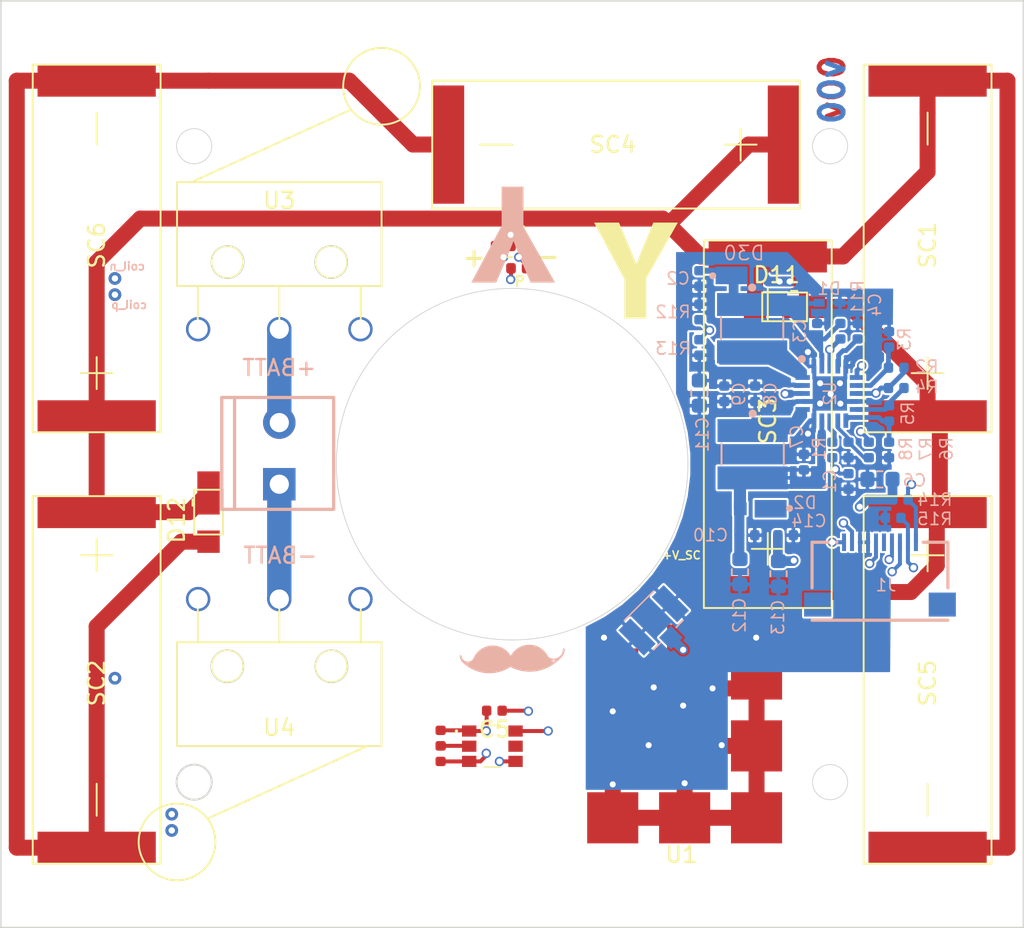
<source format=kicad_pcb>
(kicad_pcb (version 20171130) (host pcbnew "(5.1.4)-1")
  (layers (0 Top signal) (1 In1.Cu signal) (2 In2.Cu signal hide) (3 In3.Cu signal hide) (4 In4.Cu signal) (31 Bottom signal) (34 B.Paste user) (35 F.Paste user) (36 B.SilkS user) (37 F.SilkS user) (38 B.Mask user) (39 F.Mask user) (44 Edge.Cuts user))
  (net 0 "")
  (net 1 "Net-(D11-Pad2)")
  (net 2 GND)
  (net 3 VOUT_EN)
  (net 4 VSOLAR)
  (net 5 "Net-(C4-Pad1)")
  (net 6 +3V3)
  (net 7 /VBAT)
  (net 8 "Net-(C11-Pad1)")
  (net 9 "Net-(IC2-Pad2)")
  (net 10 SCL1)
  (net 11 SDA1)
  (net 12 COIL_N)
  (net 13 BATT_N)
  (net 14 BATT_P)
  (net 15 "Net-(L1-Pad2)")
  (net 16 "Net-(L2-Pad1)")
  (net 17 VBAT_OK)
  (net 18 "Net-(R5-Pad1)")
  (net 19 "Net-(R7-Pad1)")
  (net 20 BURN1)
  (net 21 COIL_P)
  (net 22 /coil)
  (net 23 "Net-(D11-Pad1)")
  (net 24 "Net-(IC2-Pad5)")
  (net 25 "Net-(R2-Pad2)")
  (net 26 "Net-(R2-Pad1)")
  (net 27 "Net-(R4-Pad1)")
  (net 28 "Net-(R11-Pad1)")
  (net 29 "Net-(J2-Pad3)")
  (net 30 "Net-(J3-Pad2)")
  (net 31 "Net-(J3-Pad1)")
  (net 32 "Net-(U3-Pad1)")
  (net 33 "Net-(U4-Pad1)")
  (module custom-footprints:ypanel (layer Bottom) (at 161.925 85.598)
    (fp_text reference Ref** hide)
    (fp_text value Val** hide)
  )
  (module custom-footprints:ypanel (layer Top) (at 169.6085 85.9155)
    (fp_text reference Ref** hide)
    (fp_text value Val** hide)
  )
  (module Capacitor_SMD:C_0402_1005Metric (layer Top) (at 143.891 114.427 180)
    (fp_text reference C5 (at 0 -1.17) (layer F.SilkS))
    (fp_text value 0.1uF)
    (pad 2 smd roundrect (at 0.485 0 180) (size 0.59 0.64) (layers Top F.Paste F.Mask) (net 6 +3V3))
    (pad 1 smd roundrect (at -0.485 0 180) (size 0.59 0.64) (layers Top F.Paste F.Mask) (net 2 GND))
  )
  (module custom-footprints:D2F-L2 (layer Top) (at 130.429 107.442 180)
    (fp_text reference U4 (at 0 -8.05) (layer F.SilkS))
    (fp_text value SW_SPDT)
    (pad 1 thru_hole circle (at -5.08 0 180) (size 1.524 1.524) (drill 1.2) (layers *.Cu *.Mask) (net 33 "Net-(U4-Pad1)"))
    (pad 2 thru_hole circle (at 0 0 180) (size 1.524 1.524) (drill 1.2) (layers *.Cu *.Mask) (net 31 "Net-(J3-Pad1)"))
    (pad 3 thru_hole circle (at 5.08 0 180) (size 1.524 1.524) (drill 1.2) (layers *.Cu *.Mask) (net 13 BATT_N))
  )
  (module custom-footprints:D2F-L2 (layer Top) (at 130.429 90.551)
    (fp_text reference U3 (at 0 -8.05) (layer F.SilkS))
    (fp_text value SW_SPDT)
    (pad 1 thru_hole circle (at -5.08 0) (size 1.524 1.524) (drill 1.2) (layers *.Cu *.Mask) (net 32 "Net-(U3-Pad1)"))
    (pad 2 thru_hole circle (at 0 0) (size 1.524 1.524) (drill 1.2) (layers *.Cu *.Mask) (net 30 "Net-(J3-Pad2)"))
    (pad 3 thru_hole circle (at 5.08 0) (size 1.524 1.524) (drill 1.2) (layers *.Cu *.Mask) (net 14 BATT_P))
  )
  (module custom-footprints:SCREWTERMINAL-3.5MM-2_LOCK (layer Bottom) (at 130.429 100.076 90)
    (fp_text reference J3 hide)
    (fp_text value "BATTERY CONNECTOR")
    (pad 2 thru_hole circle (at 3.6778 0 90) (size 2.032 2.032) (drill 1.2) (layers *.Cu *.Mask) (net 30 "Net-(J3-Pad2)"))
    (pad 1 thru_hole rect (at -0.1778 0 90) (size 2.032 2.032) (drill 1.2) (layers *.Cu *.Mask) (net 31 "Net-(J3-Pad1)"))
  )
  (module custom-footprints:U.FL-R-SMT-1 (layer Bottom) (at 153.8605 108.7755 225)
    (fp_text reference J2 hide)
    (fp_text value U.FL-R-SMT-1 hide)
    (pad 3 smd rect (at 0 -1.525 135) (size 1.05 1.05) (layers Bottom B.Paste B.Mask) (net 29 "Net-(J2-Pad3)"))
    (pad 2 smd rect (at 1.475 0 225) (size 1.05 2.25) (layers Bottom B.Paste B.Mask) (net 2 GND))
    (pad 1 smd rect (at -1.475 0 225) (size 1.05 2.25) (layers Bottom B.Paste B.Mask) (net 2 GND))
  )
  (module custom-footprints:MICROSMP (layer Bottom) (at 159.385 87.1855)
    (fp_text reference D30 (at 0.127 -1.397) (layer B.SilkS) (effects (font (size 0.889 0.889) (thickness 0.1016)) (justify mirror)))
    (fp_text value MSS1P4-M3_89A hide)
    (pad 2 smd rect (at 1.25 0 270) (size 0.8 0.8) (layers Bottom B.Paste B.Mask) (net 23 "Net-(D11-Pad1)"))
    (pad 1 smd rect (at -0.65 0 270) (size 1.1 2) (layers Bottom B.Paste B.Mask) (net 4 VSOLAR))
  )
  (module custom-footprints:XF2M-1015-1A (layer Bottom) (at 168.021 103.886 180)
    (fp_text reference J1 (at -0.37186 -2.68404) (layer B.SilkS) (effects (font (size 0.762 0.762) (thickness 0.1016)) (justify mirror)))
    (fp_text value XF2M-1015-1A hide)
    (pad 12 smd rect (at 3.9 -3.9 90) (size 1.5 1.7) (layers Bottom B.Paste B.Mask))
    (pad 11 smd rect (at -3.9 -3.9 90) (size 1.5 1.7) (layers Bottom B.Paste B.Mask))
    (pad 10 smd rect (at 2.25 0 180) (size 0.25 1.1) (layers Bottom B.Paste B.Mask) (net 21 COIL_P))
    (pad 9 smd rect (at 1.75 0 180) (size 0.25 1.1) (layers Bottom B.Paste B.Mask) (net 12 COIL_N))
    (pad 8 smd rect (at 1.25 0 180) (size 0.25 1.1) (layers Bottom B.Paste B.Mask) (net 2 GND))
    (pad 7 smd rect (at 0.75 0 180) (size 0.25 1.1) (layers Bottom B.Paste B.Mask) (net 2 GND))
    (pad 6 smd rect (at 0.25 0 180) (size 0.25 1.1) (layers Bottom B.Paste B.Mask) (net 6 +3V3))
    (pad 5 smd rect (at -0.25 0 180) (size 0.25 1.1) (layers Bottom B.Paste B.Mask) (net 20 BURN1))
    (pad 4 smd rect (at -0.75 0 180) (size 0.25 1.1) (layers Bottom B.Paste B.Mask) (net 10 SCL1))
    (pad 3 smd rect (at -1.25 0 180) (size 0.25 1.1) (layers Bottom B.Paste B.Mask) (net 11 SDA1))
    (pad 2 smd rect (at -1.75 0 180) (size 0.25 1.1) (layers Bottom B.Paste B.Mask) (net 13 BATT_N))
    (pad 1 smd rect (at -2.25 0 180) (size 0.25 1.1) (layers Bottom B.Paste B.Mask) (net 14 BATT_P))
  )
  (module solarpcb:TSL2561 (layer Top) (at 143.764 116.6495)
    (fp_text reference IC2 hide)
    (fp_text value TSL2561 hide)
    (pad 1 smd rect (at -1.45 -0.95 90) (size 0.7 0.9) (layers Top F.Paste F.Mask) (net 6 +3V3))
    (pad 2 smd rect (at -1.45 0 90) (size 0.7 0.9) (layers Top F.Paste F.Mask) (net 9 "Net-(IC2-Pad2)"))
    (pad 3 smd rect (at -1.45 0.95 90) (size 0.7 0.9) (layers Top F.Paste F.Mask) (net 2 GND))
    (pad 4 smd rect (at 1.45 0.95 90) (size 0.7 0.9) (layers Top F.Paste F.Mask) (net 10 SCL1))
    (pad 5 smd rect (at 1.45 0 90) (size 0.7 0.9) (layers Top F.Paste F.Mask) (net 24 "Net-(IC2-Pad5)"))
    (pad 6 smd rect (at 1.45 -0.95 90) (size 0.7 0.9) (layers Top F.Paste F.Mask) (net 11 SDA1))
  )
  (module solarpcb:SWLP-12-B (layer Top) (at 155.796 116.63 180)
    (fp_text reference U1 (at 0.2 -6.8) (layer F.SilkS))
    (fp_text value SWLP.12.B)
    (pad 9 smd rect (at 4.5 4.5 180) (size 3.2 3.2) (layers Top F.Paste F.Mask) (net 2 GND))
    (pad 8 smd rect (at 0 6.5 180) (size 2.2 2.2) (layers Top F.Paste F.Mask) (net 29 "Net-(J2-Pad3)"))
    (pad 7 smd rect (at -4.5 4.5 180) (size 3.2 3.2) (layers Top F.Paste F.Mask) (net 2 GND))
    (pad 6 smd rect (at 4.5 0 180) (size 3.2 3.2) (layers Top F.Paste F.Mask) (net 2 GND))
    (pad 5 smd rect (at 0 0 180) (size 3.2 3.2) (layers Top F.Paste F.Mask) (net 2 GND))
    (pad 4 smd rect (at -4.5 0 180) (size 3.2 3.2) (layers Top F.Paste F.Mask) (net 2 GND))
    (pad 3 smd rect (at 4.5 -4.5 180) (size 3.2 3.2) (layers Top F.Paste F.Mask) (net 2 GND))
    (pad 2 smd rect (at 0 -4.5 180) (size 3.2 3.2) (layers Top F.Paste F.Mask) (net 2 GND))
    (pad 1 smd rect (at -4.5 -4.5 180) (size 3.2 3.2) (layers Top F.Paste F.Mask) (net 2 GND))
  )
  (module solarpcb:KXOB25-05X3F (layer Top) (at 119 96 90)
    (fp_text reference SC6 (at 10.7 0 90) (layer F.SilkS))
    (fp_text value solarcell)
    (pad 1 smd rect (at 0 0 90) (size 2 7.4) (layers Top F.Paste F.Mask) (net 1 "Net-(D11-Pad2)"))
    (pad 2 smd rect (at 21 0 90) (size 2 7.4) (layers Top F.Paste F.Mask) (net 2 GND))
  )
  (module solarpcb:KXOB25-05X3F (layer Top) (at 171 102 270)
    (fp_text reference SC5 (at 10.7 0 90) (layer F.SilkS))
    (fp_text value solarcell)
    (pad 1 smd rect (at 0 0 270) (size 2 7.4) (layers Top F.Paste F.Mask) (net 23 "Net-(D11-Pad1)"))
    (pad 2 smd rect (at 21 0 270) (size 2 7.4) (layers Top F.Paste F.Mask) (net 1 "Net-(D11-Pad2)"))
  )
  (module solarpcb:KXOB25-05X3F (layer Top) (at 162 79 180)
    (fp_text reference SC4 (at 10.7 0) (layer F.SilkS))
    (fp_text value solarcell)
    (pad 1 smd rect (at 0 0 180) (size 2 7.4) (layers Top F.Paste F.Mask) (net 1 "Net-(D11-Pad2)"))
    (pad 2 smd rect (at 21 0 180) (size 2 7.4) (layers Top F.Paste F.Mask) (net 2 GND))
  )
  (module solarpcb:KXOB25-05X3F (layer Top) (at 161 107 90)
    (fp_text reference SC3 (at 10.7 0 90) (layer F.SilkS))
    (fp_text value solarcell)
    (pad 1 smd rect (at 0 0 90) (size 2 7.4) (layers Top F.Paste F.Mask) (net 23 "Net-(D11-Pad1)"))
    (pad 2 smd rect (at 21 0 90) (size 2 7.4) (layers Top F.Paste F.Mask) (net 1 "Net-(D11-Pad2)"))
  )
  (module solarpcb:KXOB25-05X3F (layer Top) (at 119 102 270)
    (fp_text reference SC2 (at 10.7 0 90) (layer F.SilkS))
    (fp_text value solarcell)
    (pad 1 smd rect (at 0 0 270) (size 2 7.4) (layers Top F.Paste F.Mask) (net 1 "Net-(D11-Pad2)"))
    (pad 2 smd rect (at 21 0 270) (size 2 7.4) (layers Top F.Paste F.Mask) (net 2 GND))
  )
  (module solarpcb:KXOB25-05X3F (layer Top) (at 171 96 90)
    (fp_text reference SC1 (at 10.7 0 90) (layer F.SilkS))
    (fp_text value solarcell)
    (pad 1 smd rect (at 0 0 90) (size 2 7.4) (layers Top F.Paste F.Mask) (net 23 "Net-(D11-Pad1)"))
    (pad 2 smd rect (at 21 0 90) (size 2 7.4) (layers Top F.Paste F.Mask) (net 1 "Net-(D11-Pad2)"))
  )
  (module solarpcb:SB-Diode (layer Top) (at 126 102 270)
    (fp_text reference D12 (at 0.5 2 90) (layer F.SilkS))
    (fp_text value bypassdiode)
    (pad 1 smd rect (at -1.2 0 270) (size 2.7 1.4) (layers Top F.Paste F.Mask) (net 1 "Net-(D11-Pad2)"))
    (pad 2 smd rect (at 1.85 0 270) (size 1.4 1.4) (layers Top F.Paste F.Mask) (net 2 GND))
  )
  (module solarpcb:SB-Diode (layer Top) (at 162.052 89.154 180)
    (fp_text reference D11 (at 0.5 2) (layer F.SilkS))
    (fp_text value bypassdiode)
    (pad 1 smd rect (at -1.2 0 180) (size 2.7 1.4) (layers Top F.Paste F.Mask) (net 23 "Net-(D11-Pad1)"))
    (pad 2 smd rect (at 1.85 0 180) (size 1.4 1.4) (layers Top F.Paste F.Mask) (net 1 "Net-(D11-Pad2)"))
  )
  (module Resistor_SMD:R_0402_1005Metric (layer Top) (at 145.415 85.344 180)
    (fp_text reference R19 hide)
    (fp_text value 0)
    (pad 2 smd roundrect (at 0.485 0 180) (size 0.59 0.64) (layers Top F.Paste F.Mask) (net 12 COIL_N))
    (pad 1 smd roundrect (at -0.485 0 180) (size 0.59 0.64) (layers Top F.Paste F.Mask) (net 22 /coil))
  )
  (module Resistor_SMD:R_0402_1005Metric (layer Top) (at 144.44472 85.344 180)
    (fp_text reference R4 hide)
    (fp_text value 0)
    (pad 2 smd roundrect (at 0.485 0 180) (size 0.59 0.64) (layers Top F.Paste F.Mask) (net 22 /coil))
    (pad 1 smd roundrect (at -0.485 0 180) (size 0.59 0.64) (layers Top F.Paste F.Mask) (net 12 COIL_N))
  )
  (module Resistor_SMD:R_0402_1005Metric (layer Top) (at 145.415 86.741 180)
    (fp_text reference R3 hide)
    (fp_text value 0)
    (pad 2 smd roundrect (at 0.485 0 180) (size 0.59 0.64) (layers Top F.Paste F.Mask) (net 21 COIL_P))
    (pad 1 smd roundrect (at -0.485 0 180) (size 0.59 0.64) (layers Top F.Paste F.Mask) (net 22 /coil))
  )
  (module Resistor_SMD:R_0402_1005Metric (layer Top) (at 144.44472 86.741 180)
    (fp_text reference R2 hide)
    (fp_text value 0)
    (pad 2 smd roundrect (at 0.485 0 180) (size 0.59 0.64) (layers Top F.Paste F.Mask) (net 22 /coil))
    (pad 1 smd roundrect (at -0.485 0 180) (size 0.59 0.64) (layers Top F.Paste F.Mask) (net 21 COIL_P))
  )
  (module Resistor_SMD:R_0402_1005Metric (layer Top) (at 140.5255 117.117 90)
    (fp_text reference R10 hide)
    (fp_text value 0)
    (pad 2 smd roundrect (at 0.485 0 90) (size 0.59 0.64) (layers Top F.Paste F.Mask) (net 9 "Net-(IC2-Pad2)"))
    (pad 1 smd roundrect (at -0.485 0 90) (size 0.59 0.64) (layers Top F.Paste F.Mask) (net 2 GND))
  )
  (module Resistor_SMD:R_0402_1005Metric (layer Top) (at 140.5255 116.1415 90)
    (fp_text reference R9 hide)
    (fp_text value 0)
    (pad 2 smd roundrect (at 0.485 0 90) (size 0.59 0.64) (layers Top F.Paste F.Mask) (net 6 +3V3))
    (pad 1 smd roundrect (at -0.485 0 90) (size 0.59 0.64) (layers Top F.Paste F.Mask) (net 9 "Net-(IC2-Pad2)"))
  )
  (module Capacitor_SMD:C_0603_1608Metric (layer Bottom) (at 168.021 99.949 180)
    (fp_text reference C6 (at -2.159 -0.0635 180) (layer B.SilkS) (effects (font (size 0.762 0.762) (thickness 0.1016)) (justify mirror)))
    (fp_text value 100uF)
    (pad 2 smd roundrect (at 0.7875 0 180) (size 0.875 0.95) (layers Bottom B.Paste B.Mask) (net 2 GND))
    (pad 1 smd roundrect (at -0.7875 0 180) (size 0.875 0.95) (layers Bottom B.Paste B.Mask) (net 7 /VBAT))
  )
  (module Capacitor_SMD:C_0402_1005Metric (layer Bottom) (at 158.278344 94.59466 270)
    (fp_text reference C9 (at 0.02034 -0.916156 90) (layer B.SilkS) (effects (font (size 0.762 0.762) (thickness 0.1016)) (justify mirror)))
    (fp_text value 0.1uF)
    (pad 2 smd roundrect (at 0.485 0 270) (size 0.59 0.64) (layers Bottom B.Paste B.Mask) (net 2 GND))
    (pad 1 smd roundrect (at -0.485 0 270) (size 0.59 0.64) (layers Bottom B.Paste B.Mask) (net 8 "Net-(C11-Pad1)"))
  )
  (module Capacitor_SMD:C_0603_1608Metric (layer Bottom) (at 161.671 105.8545 270)
    (fp_text reference C13 (at 2.7305 0.033 270) (layer B.SilkS) (effects (font (size 0.762 0.762) (thickness 0.1016)) (justify mirror)))
    (fp_text value 100uF)
    (pad 2 smd roundrect (at 0.7875 0 270) (size 0.875 0.95) (layers Bottom B.Paste B.Mask) (net 2 GND))
    (pad 1 smd roundrect (at -0.7875 0 270) (size 0.875 0.95) (layers Bottom B.Paste B.Mask) (net 6 +3V3))
  )
  (module misc-circuits:SOD523 (layer Bottom) (at 164.811 88.9)
    (fp_text reference D1 (at -0.7905 -1.3335) (layer B.SilkS) (effects (font (size 0.762 0.762) (thickness 0.1016)) (justify right top mirror)))
    (fp_text value BZT52C4V7t)
    (pad C smd rect (at -0.6 0) (size 0.7 0.5) (layers Bottom B.Paste B.Mask) (net 4 VSOLAR))
    (pad A smd rect (at 0.7 0) (size 0.7 0.5) (layers Bottom B.Paste B.Mask) (net 2 GND))
  )
  (module misc-circuits:QFN50P350X350X100-21N-D (layer Bottom) (at 164.882344 94.57466 270)
    (fp_text reference U2 (at 0 0 90) (layer B.SilkS) (effects (font (size 0.762 0.762) (thickness 0.1016)) (justify mirror)))
    (fp_text value Value hide)
    (pad 21 smd rect (at 0 0 270) (size 2.15 2.15) (layers Bottom B.Paste B.Mask) (net 2 GND))
    (pad 20 smd rect (at -1 1.7 270) (size 0.3 0.9) (layers Bottom B.Paste B.Mask) (net 15 "Net-(L1-Pad2)"))
    (pad 19 smd rect (at -0.5 1.7 270) (size 0.3 0.9) (layers Bottom B.Paste B.Mask) (net 8 "Net-(C11-Pad1)"))
    (pad 18 smd rect (at 0 1.7 270) (size 0.3 0.9) (layers Bottom B.Paste B.Mask) (net 7 /VBAT))
    (pad 17 smd rect (at 0.5 1.7 270) (size 0.3 0.9) (layers Bottom B.Paste B.Mask) (net 2 GND))
    (pad 16 smd rect (at 1 1.7 270) (size 0.3 0.9) (layers Bottom B.Paste B.Mask) (net 16 "Net-(L2-Pad1)"))
    (pad 15 smd rect (at 1.7 1 180) (size 0.3 0.9) (layers Bottom B.Paste B.Mask) (net 2 GND))
    (pad 14 smd rect (at 1.7 0.5 180) (size 0.3 0.9) (layers Bottom B.Paste B.Mask) (net 6 +3V3))
    (pad 13 smd rect (at 1.7 0 180) (size 0.3 0.9) (layers Bottom B.Paste B.Mask) (net 17 VBAT_OK))
    (pad 12 smd rect (at 1.7 -0.5 180) (size 0.3 0.9) (layers Bottom B.Paste B.Mask) (net 19 "Net-(R7-Pad1)"))
    (pad 11 smd rect (at 1.7 -1 180) (size 0.3 0.9) (layers Bottom B.Paste B.Mask) (net 18 "Net-(R5-Pad1)"))
    (pad 10 smd rect (at 1 -1.7 270) (size 0.3 0.9) (layers Bottom B.Paste B.Mask) (net 27 "Net-(R4-Pad1)"))
    (pad 9 smd rect (at 0.5 -1.7 270) (size 0.3 0.9) (layers Bottom B.Paste B.Mask) (net 2 GND))
    (pad 8 smd rect (at 0 -1.7 270) (size 0.3 0.9) (layers Bottom B.Paste B.Mask) (net 25 "Net-(R2-Pad2)"))
    (pad 7 smd rect (at -0.5 -1.7 270) (size 0.3 0.9) (layers Bottom B.Paste B.Mask) (net 26 "Net-(R2-Pad1)"))
    (pad 6 smd rect (at -1 -1.7 270) (size 0.3 0.9) (layers Bottom B.Paste B.Mask) (net 3 VOUT_EN))
    (pad 5 smd rect (at -1.7 -1 180) (size 0.3 0.9) (layers Bottom B.Paste B.Mask) (net 2 GND))
    (pad 4 smd rect (at -1.7 -0.5 180) (size 0.3 0.9) (layers Bottom B.Paste B.Mask) (net 5 "Net-(C4-Pad1)"))
    (pad 3 smd rect (at -1.7 0 180) (size 0.3 0.9) (layers Bottom B.Paste B.Mask) (net 28 "Net-(R11-Pad1)"))
    (pad 2 smd rect (at -1.7 0.5 180) (size 0.3 0.9) (layers Bottom B.Paste B.Mask) (net 4 VSOLAR))
    (pad 1 smd rect (at -1.7 1 180) (size 0.3 0.9) (layers Bottom B.Paste B.Mask) (net 2 GND))
  )
  (module custom-footprints:MICROSMP (layer Bottom) (at 160.528 101.7905 180)
    (fp_text reference D2 (at -2.794 0.381 180) (layer B.SilkS) (effects (font (size 0.762 0.762) (thickness 0.1016)) (justify mirror)))
    (fp_text value MSS1P4-M3_89A hide)
    (pad 2 smd rect (at 1.25 0 90) (size 0.8 0.8) (layers Bottom B.Paste B.Mask) (net 6 +3V3))
    (pad 1 smd rect (at -0.65 0 90) (size 1.1 2) (layers Bottom B.Paste B.Mask) (net 6 +3V3))
  )
  (module Resistor_SMD:R_0402_1005Metric (layer Bottom) (at 168.5925 91.186 270)
    (fp_text reference R3 (at 0 -0.9525 270) (layer B.SilkS) (effects (font (size 0.762 0.762) (thickness 0.1016)) (justify mirror)))
    (fp_text value 5.62M)
    (pad 2 smd roundrect (at 0.485 0 270) (size 0.59 0.64) (layers Bottom B.Paste B.Mask) (net 26 "Net-(R2-Pad1)"))
    (pad 1 smd roundrect (at -0.485 0 270) (size 0.59 0.64) (layers Bottom B.Paste B.Mask) (net 2 GND))
  )
  (module Resistor_SMD:R_0402_1005Metric (layer Bottom) (at 169.037 92.964)
    (fp_text reference R2 (at 1.905 -0.0635 180) (layer B.SilkS) (effects (font (size 0.762 0.762) (thickness 0.1016)) (justify mirror)))
    (fp_text value 7.32M)
    (pad 2 smd roundrect (at 0.485 0) (size 0.59 0.64) (layers Bottom B.Paste B.Mask) (net 25 "Net-(R2-Pad2)"))
    (pad 1 smd roundrect (at -0.485 0) (size 0.59 0.64) (layers Bottom B.Paste B.Mask) (net 26 "Net-(R2-Pad1)"))
  )
  (module Resistor_SMD:R_0402_1005Metric (layer Bottom) (at 156.718 91.694 90)
    (fp_text reference R13 (at -0.0635 -1.651) (layer B.SilkS) (effects (font (size 0.762 0.762) (thickness 0.1016)) (justify mirror)))
    (fp_text value 0)
    (pad 2 smd roundrect (at 0.485 0 90) (size 0.59 0.64) (layers Bottom B.Paste B.Mask) (net 28 "Net-(R11-Pad1)"))
    (pad 1 smd roundrect (at -0.485 0 90) (size 0.59 0.64) (layers Bottom B.Paste B.Mask) (net 8 "Net-(C11-Pad1)"))
  )
  (module Capacitor_SMD:C_0402_1005Metric (layer Bottom) (at 160.2105 94.59466 270)
    (fp_text reference C8 (at 0.02034 -0.9525 90) (layer B.SilkS) (effects (font (size 0.762 0.762) (thickness 0.1016)) (justify mirror)))
    (fp_text value 4.7uF)
    (pad 2 smd roundrect (at 0.485 0 270) (size 0.59 0.64) (layers Bottom B.Paste B.Mask) (net 2 GND))
    (pad 1 smd roundrect (at -0.485 0 270) (size 0.59 0.64) (layers Bottom B.Paste B.Mask) (net 8 "Net-(C11-Pad1)"))
  )
  (module Capacitor_SMD:C_0603_1608Metric (layer Bottom) (at 159.258 105.7275 270)
    (fp_text reference C12 (at 2.7305 0.033 270) (layer B.SilkS) (effects (font (size 0.762 0.762) (thickness 0.1016)) (justify mirror)))
    (fp_text value 100uF)
    (pad 2 smd roundrect (at 0.7875 0 270) (size 0.875 0.95) (layers Bottom B.Paste B.Mask) (net 2 GND))
    (pad 1 smd roundrect (at -0.7875 0 270) (size 0.875 0.95) (layers Bottom B.Paste B.Mask) (net 6 +3V3))
  )
  (module Capacitor_SMD:C_0402_1005Metric (layer Bottom) (at 162.1155 103.4415)
    (fp_text reference C14 (at 1.4605 -0.889) (layer B.SilkS) (effects (font (size 0.762 0.762) (thickness 0.1016)) (justify mirror)))
    (fp_text value 0.1uF)
    (pad 2 smd roundrect (at 0.485 0) (size 0.59 0.64) (layers Bottom B.Paste B.Mask) (net 2 GND))
    (pad 1 smd roundrect (at -0.485 0) (size 0.59 0.64) (layers Bottom B.Paste B.Mask) (net 6 +3V3))
  )
  (module Resistor_SMD:R_0402_1005Metric (layer Bottom) (at 169.037 94.234 180)
    (fp_text reference R4 (at -1.905 0.0635 180) (layer B.SilkS) (effects (font (size 0.762 0.762) (thickness 0.1016)) (justify mirror)))
    (fp_text value 374K)
    (pad 2 smd roundrect (at 0.485 0 180) (size 0.59 0.64) (layers Bottom B.Paste B.Mask) (net 25 "Net-(R2-Pad2)"))
    (pad 1 smd roundrect (at -0.485 0 180) (size 0.59 0.64) (layers Bottom B.Paste B.Mask) (net 27 "Net-(R4-Pad1)"))
  )
  (module Resistor_SMD:R_0402_1005Metric (layer Bottom) (at 166.0525 98.1075 90)
    (fp_text reference R8 (at 0.0635 3.583 90) (layer B.SilkS) (effects (font (size 0.762 0.762) (thickness 0.1016)) (justify mirror)))
    (fp_text value 4.75M)
    (pad 2 smd roundrect (at 0.485 0 90) (size 0.59 0.64) (layers Bottom B.Paste B.Mask) (net 19 "Net-(R7-Pad1)"))
    (pad 1 smd roundrect (at -0.485 0 90) (size 0.59 0.64) (layers Bottom B.Paste B.Mask) (net 2 GND))
  )
  (module Resistor_SMD:R_0402_1005Metric (layer Bottom) (at 168.5925 98.1075 90)
    (fp_text reference R6 (at 0.0635 3.583 90) (layer B.SilkS) (effects (font (size 0.762 0.762) (thickness 0.1016)) (justify mirror)))
    (fp_text value 4.53M)
    (pad 2 smd roundrect (at 0.485 0 90) (size 0.59 0.64) (layers Bottom B.Paste B.Mask) (net 18 "Net-(R5-Pad1)"))
    (pad 1 smd roundrect (at -0.485 0 90) (size 0.59 0.64) (layers Bottom B.Paste B.Mask) (net 2 GND))
  )
  (module Resistor_SMD:R_0402_1005Metric (layer Bottom) (at 167.3225 98.1075 90)
    (fp_text reference R7 (at 0.0635 3.583 90) (layer B.SilkS) (effects (font (size 0.762 0.762) (thickness 0.1016)) (justify mirror)))
    (fp_text value 8.25M)
    (pad 2 smd roundrect (at 0.485 0 90) (size 0.59 0.64) (layers Bottom B.Paste B.Mask) (net 25 "Net-(R2-Pad2)"))
    (pad 1 smd roundrect (at -0.485 0 90) (size 0.59 0.64) (layers Bottom B.Paste B.Mask) (net 19 "Net-(R7-Pad1)"))
  )
  (module Resistor_SMD:R_0402_1005Metric (layer Bottom) (at 168.5925 95.8215 90)
    (fp_text reference R5 (at 0 1.17 90) (layer B.SilkS) (effects (font (size 0.762 0.762) (thickness 0.1016)) (justify mirror)))
    (fp_text value 8.25M)
    (pad 2 smd roundrect (at 0.485 0 90) (size 0.59 0.64) (layers Bottom B.Paste B.Mask) (net 27 "Net-(R4-Pad1)"))
    (pad 1 smd roundrect (at -0.485 0 90) (size 0.59 0.64) (layers Bottom B.Paste B.Mask) (net 18 "Net-(R5-Pad1)"))
  )
  (module Resistor_SMD:R_0402_1005Metric (layer Bottom) (at 165.5445 90.678 90)
    (fp_text reference R11 (at 2.0955 1.0795 90) (layer B.SilkS) (effects (font (size 0.762 0.762) (thickness 0.1016)) (justify mirror)))
    (fp_text value 0)
    (pad 2 smd roundrect (at 0.485 0 90) (size 0.59 0.64) (layers Bottom B.Paste B.Mask) (net 4 VSOLAR))
    (pad 1 smd roundrect (at -0.485 0 90) (size 0.59 0.64) (layers Bottom B.Paste B.Mask) (net 28 "Net-(R11-Pad1)"))
  )
  (module Resistor_SMD:R_0402_1005Metric (layer Bottom) (at 156.718 89.4715 270)
    (fp_text reference R12 (at 0 1.651) (layer B.SilkS) (effects (font (size 0.762 0.762) (thickness 0.1016)) (justify mirror)))
    (fp_text value 0)
    (pad 2 smd roundrect (at 0.485 0 270) (size 0.59 0.64) (layers Bottom B.Paste B.Mask) (net 28 "Net-(R11-Pad1)"))
    (pad 1 smd roundrect (at -0.485 0 270) (size 0.59 0.64) (layers Bottom B.Paste B.Mask) (net 2 GND))
  )
  (module Resistor_SMD:R_0402_1005Metric (layer Bottom) (at 169.291 101.219 180)
    (fp_text reference R14 (at -2.159 0) (layer B.SilkS) (effects (font (size 0.762 0.762) (thickness 0.1016)) (justify mirror)))
    (fp_text value 0)
    (pad 2 smd roundrect (at 0.485 0 180) (size 0.59 0.64) (layers Bottom B.Paste B.Mask) (net 7 /VBAT))
    (pad 1 smd roundrect (at -0.485 0 180) (size 0.59 0.64) (layers Bottom B.Paste B.Mask) (net 14 BATT_P))
  )
  (module Resistor_SMD:R_0402_1005Metric (layer Bottom) (at 168.8465 102.362 180)
    (fp_text reference R15 (at -2.6035 -0.0635 180) (layer B.SilkS) (effects (font (size 0.762 0.762) (thickness 0.1016)) (justify mirror)))
    (fp_text value 0)
    (pad 2 smd roundrect (at 0.485 0 180) (size 0.59 0.64) (layers Bottom B.Paste B.Mask) (net 2 GND))
    (pad 1 smd roundrect (at -0.485 0 180) (size 0.59 0.64) (layers Bottom B.Paste B.Mask) (net 13 BATT_N))
  )
  (module Resistor_SMD:R_0402_1005Metric (layer Bottom) (at 165.0365 98.1075 270)
    (fp_text reference R1 (at -0.0635 0.8255 90) (layer B.SilkS) (effects (font (size 0.762 0.762) (thickness 0.1016)) (justify mirror)))
    (fp_text value 0)
    (pad 2 smd roundrect (at 0.485 0 270) (size 0.59 0.64) (layers Bottom B.Paste B.Mask) (net 3 VOUT_EN))
    (pad 1 smd roundrect (at -0.485 0 270) (size 0.59 0.64) (layers Bottom B.Paste B.Mask) (net 17 VBAT_OK))
  )
  (module misc-circuits:LPS4018 (layer Bottom) (at 160.05302 98.37674 270)
    (fp_text reference L2 hide)
    (fp_text value 10uH-LPS4018-103MR hide)
    (pad 2 smd rect (at 1.47955 0 270) (size 1.4351 4.3942) (layers Bottom B.Paste B.Mask) (net 6 +3V3))
    (pad 1 smd rect (at -1.47955 0 270) (size 1.4351 4.3942) (layers Bottom B.Paste B.Mask) (net 16 "Net-(L2-Pad1)"))
  )
  (module misc-circuits:LPS4018 (layer Bottom) (at 160.02 90.4875 270)
    (fp_text reference L1 hide)
    (fp_text value 22uH-LPS4018-223MR hide)
    (pad 2 smd rect (at 1.47955 0 270) (size 1.4351 4.3942) (layers Bottom B.Paste B.Mask) (net 15 "Net-(L1-Pad2)"))
    (pad 1 smd rect (at -1.47955 0 270) (size 1.4351 4.3942) (layers Bottom B.Paste B.Mask) (net 4 VSOLAR))
  )
  (module Capacitor_SMD:C_0603_1608Metric (layer Bottom) (at 156.718 94.5515 270)
    (fp_text reference C11 (at 2.6035 -0.1905 90) (layer B.SilkS) (effects (font (size 0.762 0.762) (thickness 0.1016)) (justify mirror)))
    (fp_text value 100uF)
    (pad 2 smd roundrect (at 0.7875 0 270) (size 0.875 0.95) (layers Bottom B.Paste B.Mask) (net 2 GND))
    (pad 1 smd roundrect (at -0.7875 0 270) (size 0.875 0.95) (layers Bottom B.Paste B.Mask) (net 8 "Net-(C11-Pad1)"))
  )
  (module Capacitor_SMD:C_0402_1005Metric (layer Bottom) (at 163.2585 98.8695 90)
    (fp_text reference C7 (at 1.5875 -0.4445 90) (layer B.SilkS) (effects (font (size 0.762 0.762) (thickness 0.1016)) (justify mirror)))
    (fp_text value 22uF)
    (pad 2 smd roundrect (at 0.485 0 90) (size 0.59 0.64) (layers Bottom B.Paste B.Mask) (net 2 GND))
    (pad 1 smd roundrect (at -0.485 0 90) (size 0.59 0.64) (layers Bottom B.Paste B.Mask) (net 6 +3V3))
  )
  (module Capacitor_SMD:C_0402_1005Metric (layer Bottom) (at 166.624 90.678 90)
    (fp_text reference C4 (at 1.651 1.0795 90) (layer B.SilkS) (effects (font (size 0.762 0.762) (thickness 0.1016)) (justify mirror)))
    (fp_text value 10nF)
    (pad 2 smd roundrect (at 0.485 0 90) (size 0.59 0.64) (layers Bottom B.Paste B.Mask) (net 2 GND))
    (pad 1 smd roundrect (at -0.485 0 90) (size 0.59 0.64) (layers Bottom B.Paste B.Mask) (net 5 "Net-(C4-Pad1)"))
  )
  (module Capacitor_SMD:C_0402_1005Metric (layer Bottom) (at 156.718 87.376 270)
    (fp_text reference C2 (at 0 1.3335) (layer B.SilkS) (effects (font (size 0.762 0.762) (thickness 0.1016)) (justify mirror)))
    (fp_text value 0.1uF)
    (pad 2 smd roundrect (at 0.485 0 270) (size 0.59 0.64) (layers Bottom B.Paste B.Mask) (net 2 GND))
    (pad 1 smd roundrect (at -0.485 0 270) (size 0.59 0.64) (layers Bottom B.Paste B.Mask) (net 4 VSOLAR))
  )
  (module Capacitor_SMD:C_0402_1005Metric (layer Bottom) (at 159.7025 103.4415)
    (fp_text reference C10 (at -2.286 0 180) (layer B.SilkS) (effects (font (size 0.762 0.762) (thickness 0.1016)) (justify mirror)))
    (fp_text value 0.1uF)
    (pad 2 smd roundrect (at 0.485 0) (size 0.59 0.64) (layers Bottom B.Paste B.Mask) (net 2 GND))
    (pad 1 smd roundrect (at -0.485 0) (size 0.59 0.64) (layers Bottom B.Paste B.Mask) (net 6 +3V3))
  )
  (module Capacitor_SMD:C_0402_1005Metric (layer Bottom) (at 164.084 90.678 90)
    (fp_text reference C3 (at 0 -1.0795 90) (layer B.SilkS) (effects (font (size 0.762 0.762) (thickness 0.1016)) (justify mirror)))
    (fp_text value 4.7uF)
    (pad 2 smd roundrect (at 0.485 0 90) (size 0.59 0.64) (layers Bottom B.Paste B.Mask) (net 2 GND))
    (pad 1 smd roundrect (at -0.485 0 90) (size 0.59 0.64) (layers Bottom B.Paste B.Mask) (net 4 VSOLAR))
  )
  (module Capacitor_SMD:C_0402_1005Metric (layer Bottom) (at 166.0525 100.076 270)
    (fp_text reference C1 (at 0 1.17 90) (layer B.SilkS) (effects (font (size 0.762 0.762) (thickness 0.1016)) (justify mirror)))
    (fp_text value 1.0uF)
    (pad 2 smd roundrect (at 0.485 0 270) (size 0.59 0.64) (layers Bottom B.Paste B.Mask) (net 2 GND))
    (pad 1 smd roundrect (at -0.485 0 270) (size 0.59 0.64) (layers Bottom B.Paste B.Mask) (net 3 VOUT_EN))
  )
  (gr_text coil_p (at 121.031 89.027) (layer B.SilkS) (effects (font (size 0.5 0.5) (thickness 0.1)) (justify mirror)))
  (gr_text coil_n (at 120.904 86.614) (layer B.SilkS) (effects (font (size 0.5 0.5) (thickness 0.1)) (justify mirror)))
  (gr_text v00 (at 165.0365 75.692 90) (layer Bottom) (effects (font (size 1.5 1.5) (thickness 0.3)) (justify mirror)))
  (gr_text v00 (at 165.0365 75.438 90) (layer Top) (effects (font (size 1.5 1.5) (thickness 0.3))))
  (gr_arc (start 143.574141 109.693751) (end 141.863254 111.278742) (angle -82.04197582) (layer B.SilkS) (width 0.12))
  (gr_arc (start 142.230911 110.957393) (end 141.773712 111.008192) (angle -141.654425) (layer B.SilkS) (width 0.12))
  (gr_arc (start 143.7894 111.6584) (end 144.932399 111.150401) (angle -134.2361015) (layer B.SilkS) (width 0.12))
  (gr_arc (start 146.100799 109.372401) (end 144.9578 111.6584) (angle -74.57783868) (layer B.SilkS) (width 0.12))
  (gr_arc (start 147.5994 110.5916) (end 147.2184 111.0996) (angle -126.8699157) (layer B.SilkS) (width 0.12))
  (gr_arc (start 146.0754 111.6076) (end 147.218399 111.099601) (angle -134.2361015) (layer B.SilkS) (width 0.12))
  (gr_circle (center 145 99) (end 156 99) (layer Edge.Cuts) (width 0.05))
  (gr_text +BATT (at 130.429 92.964) (layer B.SilkS) (effects (font (size 1 1)) (justify mirror)))
  (gr_text "-BATT\n" (at 130.4925 104.7115) (layer B.SilkS) (effects (font (size 1 1)) (justify mirror)))
  (gr_text "+V_SC\n" (at 155.6 104.7) (layer F.SilkS) (effects (font (size 0.5 0.5) (thickness 0.1))))
  (gr_circle (center 133.698 111.65) (end 134.198 112.55) (layer Edge.Cuts) (width 0.05))
  (gr_circle (center 127.173 111.65) (end 127.673 112.55) (layer Edge.Cuts) (width 0.05))
  (gr_circle (center 133.675 86.35) (end 134.175 87.25) (layer Edge.Cuts) (width 0.05))
  (gr_circle (center 127.2 86.35) (end 127.7 87.25) (layer Edge.Cuts) (width 0.05))
  (gr_circle (center 164.9 79.1) (end 166 79.1) (layer Edge.Cuts) (width 0.05))
  (gr_circle (center 125.1 79.1) (end 126.2 79.1) (layer Edge.Cuts) (width 0.05))
  (gr_circle (center 164.9 118.9) (end 166 118.9) (layer Edge.Cuts) (width 0.05))
  (gr_circle (center 125.1 118.9) (end 126.2 118.9) (layer Edge.Cuts) (width 0.12))
  (gr_line (start 177 70) (end 113 70) (layer Edge.Cuts) (width 0.1))
  (gr_line (start 113 128) (end 177 128) (layer Edge.Cuts) (width 0.1))
  (gr_line (start 177 128) (end 177 70) (layer Edge.Cuts) (width 0.1))
  (gr_line (start 113 70) (end 113 128) (layer Edge.Cuts) (width 0.1))
  (gr_text - (at 147.2565 85.979) (layer F.SilkS) (effects (font (size 1.143 1.143) (thickness 0.2032))))
  (gr_text P (at 145.4785 87.5665) (layer F.SilkS) (effects (font (size 0.635 0.635) (thickness 0.127))))
  (gr_text N (at 145.542 84.3915 180) (layer F.SilkS) (effects (font (size 0.635 0.635) (thickness 0.127))))
  (gr_text + (at 142.621 86.0425) (layer F.SilkS) (effects (font (size 1.143 1.143) (thickness 0.2032))))
  (gr_line (start 143.8275 86.0425) (end 143.51 86.0425) (layer F.SilkS) (width 0.12))
  (gr_line (start 145.034 86.0425) (end 144.7165 86.0425) (layer F.SilkS) (width 0.12))
  (gr_line (start 144.0815 86.0425) (end 144.399 86.0425) (layer F.SilkS) (width 0.12))
  (gr_line (start 145.415 86.0425) (end 145.7325 86.0425) (layer F.SilkS) (width 0.12))
  (gr_line (start 146.3675 86.0425) (end 146.05 86.0425) (layer F.SilkS) (width 0.12))
  (segment (start 119 96) (end 119 102) (width 1) (layer Top) (net 1))
  (segment (start 159.798 78.994) (end 161.798 78.994) (width 1) (layer Top) (net 1))
  (segment (start 154.792 84) (end 159.798 78.994) (width 1) (layer Top) (net 1))
  (segment (start 176 123) (end 171 123) (width 1) (layer Top) (net 1))
  (segment (start 176 75) (end 176 123) (width 1) (layer Top) (net 1))
  (segment (start 171 75) (end 176 75) (width 1) (layer Top) (net 1))
  (segment (start 171 75) (end 171 77) (width 1) (layer Top) (net 1))
  (segment (start 124.8 102) (end 126 100.8) (width 1) (layer Top) (net 1))
  (segment (start 119 102) (end 124.8 102) (width 1) (layer Top) (net 1))
  (segment (start 171 80.7) (end 171 77) (width 1) (layer Top) (net 1))
  (segment (start 165.7 86) (end 171 80.7) (width 1) (layer Top) (net 1))
  (segment (start 161 86) (end 165.7 86) (width 1) (layer Top) (net 1))
  (segment (start 160.202 86.288) (end 160.02 86.106) (width 1) (layer Top) (net 1))
  (segment (start 160.202 89.154) (end 160.202 86.288) (width 1) (layer Top) (net 1))
  (segment (start 156 85.208) (end 154.792 84) (width 1) (layer Top) (net 1))
  (segment (start 161 86) (end 156.792 86) (width 1) (layer Top) (net 1))
  (segment (start 156.792 86) (end 156 85.208) (width 1) (layer Top) (net 1))
  (segment (start 121.7295 83.6295) (end 154.4215 83.6295) (width 1) (layer Top) (net 1))
  (segment (start 154.4215 83.6295) (end 154.792 84) (width 1) (layer Top) (net 1))
  (segment (start 119 96) (end 119 86.359) (width 1) (layer Top) (net 1))
  (segment (start 119 86.359) (end 121.7295 83.6295) (width 1) (layer Top) (net 1))
  (segment (start 114 123) (end 119 123) (width 1) (layer Top) (net 2))
  (segment (start 114 75) (end 114 123) (width 1) (layer Top) (net 2))
  (segment (start 119 75) (end 114 75) (width 1) (layer Top) (net 2))
  (segment (start 124.3 103.85) (end 126 103.85) (width 1) (layer Top) (net 2))
  (segment (start 119 109.15) (end 124.3 103.85) (width 1) (layer Top) (net 2))
  (segment (start 119 123) (end 119 109.15) (width 1) (layer Top) (net 2))
  (segment (start 138.798 78.994) (end 140.798 78.994) (width 1) (layer Top) (net 2))
  (segment (start 134.804 75) (end 138.798 78.994) (width 1) (layer Top) (net 2))
  (segment (start 119 75) (end 126 75) (width 1) (layer Top) (net 2))
  (segment (start 126 75) (end 134.804 75) (width 1) (layer Top) (net 2))
  (via (at 164.9349 94.60484) (size 0.5842) (drill 0.381) (layers Top Bottom) (net 2))
  (via (at 165.54196 95.2119) (size 0.5842) (drill 0.381) (layers Top Bottom) (net 2))
  (via (at 163.5125 97.0915) (size 0.5842) (drill 0.381) (layers Top Bottom) (net 2))
  (via (at 164.272744 95.20426) (size 0.5842) (drill 0.381) (layers Top Bottom) (net 2))
  (via (at 165.517344 93.93426) (size 0.5842) (drill 0.381) (layers Top Bottom) (net 2))
  (via (at 164.272744 93.93426) (size 0.5842) (drill 0.381) (layers Top Bottom) (net 2))
  (segment (start 163.911745 95.572115) (end 164.29228 95.19158) (width 0.254) (layer Bottom) (net 2))
  (segment (start 162.917376 95.07466) (end 162.876666 95.11537) (width 0.2286) (layer Bottom) (net 2))
  (segment (start 163.882344 92.87466) (end 163.911745 92.904061) (width 0.254) (layer Bottom) (net 2))
  (segment (start 163.799406 92.275111) (end 163.507307 91.983012) (width 0.2032) (layer Bottom) (net 2))
  (segment (start 163.69434 96.27466) (end 163.576 96.393) (width 0.29972) (layer Bottom) (net 2))
  (segment (start 163.882344 96.27466) (end 163.69434 96.27466) (width 0.29972) (layer Bottom) (net 2))
  (segment (start 163.882344 96.721656) (end 163.5125 97.0915) (width 0.29972) (layer Bottom) (net 2))
  (segment (start 163.911745 93.602005) (end 164.19068 93.88094) (width 0.254) (layer Bottom) (net 2))
  (segment (start 165.81366 95.07466) (end 165.7985 95.0595) (width 0.29972) (layer Bottom) (net 2))
  (segment (start 165.882344 92.588056) (end 166.1541 92.3163) (width 0.29972) (layer Bottom) (net 2))
  (segment (start 164.272744 93.96506) (end 164.272744 93.93426) (width 0.2032) (layer Bottom) (net 2))
  (segment (start 164.882344 94.57466) (end 164.272744 93.96506) (width 0.2032) (layer Bottom) (net 2))
  (segment (start 165.882344 92.87466) (end 166.15708 92.87466) (width 0.29972) (layer Bottom) (net 2))
  (segment (start 164.882344 94.57466) (end 164.272744 95.18426) (width 0.2032) (layer Bottom) (net 2))
  (segment (start 163.882344 92.92466) (end 163.882344 92.358049) (width 0.2032) (layer Bottom) (net 2))
  (segment (start 163.882344 92.358049) (end 163.799406 92.275111) (width 0.2032) (layer Bottom) (net 2))
  (segment (start 163.882344 96.27466) (end 163.911745 96.245259) (width 0.254) (layer Bottom) (net 2))
  (segment (start 165.852943 93.613137) (end 165.7604 93.70568) (width 0.254) (layer Bottom) (net 2))
  (segment (start 166.15708 92.87466) (end 166.16172 92.87002) (width 0.29972) (layer Bottom) (net 2))
  (segment (start 166.582344 95.07466) (end 165.81366 95.07466) (width 0.29972) (layer Bottom) (net 2))
  (segment (start 165.882344 92.87466) (end 165.882344 92.588056) (width 0.29972) (layer Bottom) (net 2))
  (segment (start 165.882344 92.87466) (end 165.852943 92.904061) (width 0.254) (layer Bottom) (net 2))
  (segment (start 165.852943 92.904061) (end 165.852943 93.613137) (width 0.254) (layer Bottom) (net 2))
  (segment (start 163.911745 92.904061) (end 163.911745 93.602005) (width 0.254) (layer Bottom) (net 2))
  (segment (start 163.911745 96.245259) (end 163.911745 95.572115) (width 0.254) (layer Bottom) (net 2))
  (segment (start 163.182344 95.07466) (end 164.03566 95.07466) (width 0.29972) (layer Bottom) (net 2))
  (segment (start 165.491944 93.96506) (end 165.517344 93.93426) (width 0.2032) (layer Bottom) (net 2))
  (segment (start 163.882344 96.22466) (end 163.882344 96.61066) (width 0.2032) (layer Bottom) (net 2))
  (segment (start 164.882344 94.57466) (end 165.491944 93.96506) (width 0.2032) (layer Bottom) (net 2))
  (segment (start 164.272744 95.18426) (end 164.272744 95.20426) (width 0.2032) (layer Bottom) (net 2))
  (segment (start 162.876666 95.11537) (end 162.74543 95.11537) (width 0.2286) (layer Bottom) (net 2))
  (segment (start 164.03566 95.07466) (end 164.084 95.123) (width 0.29972) (layer Bottom) (net 2))
  (segment (start 163.882344 96.27466) (end 163.882344 96.721656) (width 0.29972) (layer Bottom) (net 2))
  (segment (start 163.232344 95.07466) (end 162.917376 95.07466) (width 0.2286) (layer Bottom) (net 2))
  (segment (start 165.8874 92.919604) (end 165.8874 92.7227) (width 0.2286) (layer Bottom) (net 2))
  (segment (start 162.74543 95.11537) (end 162.5854 95.2754) (width 0.2286) (layer Bottom) (net 2))
  (via (at 163.507307 91.983012) (size 0.5842) (drill 0.381) (layers Top Bottom) (net 2))
  (segment (start 142.3115 117.602) (end 142.314 117.5995) (width 0.25) (layer Top) (net 2))
  (segment (start 140.5255 117.602) (end 142.3115 117.602) (width 0.25) (layer Top) (net 2))
  (via (at 143.383006 117.094) (size 0.5842) (drill 0.381) (layers Top Bottom) (net 2))
  (segment (start 142.314 117.5995) (end 143.014 117.5995) (width 0.25) (layer Top) (net 2))
  (segment (start 143.383006 117.230494) (end 143.383006 117.094) (width 0.25) (layer Top) (net 2))
  (segment (start 143.014 117.5995) (end 143.383006 117.230494) (width 0.25) (layer Top) (net 2))
  (via (at 146.01825 114.45875) (size 0.5842) (drill 0.381) (layers Top Bottom) (net 2))
  (segment (start 145.9865 114.427) (end 146.01825 114.45875) (width 0.25) (layer Top) (net 2))
  (segment (start 144.376 114.427) (end 145.9865 114.427) (width 0.25) (layer Top) (net 2))
  (segment (start 151.296 116.63) (end 155.796 116.63) (width 1) (layer Top) (net 2))
  (segment (start 151.296 121.13) (end 155.796 121.13) (width 1) (layer Top) (net 2))
  (segment (start 155.796 116.63) (end 160.296 116.63) (width 1) (layer Top) (net 2))
  (segment (start 160.296 116.63) (end 160.296 121.13) (width 1) (layer Top) (net 2))
  (segment (start 160.296 116.63) (end 160.296 112.13) (width 1) (layer Top) (net 2))
  (segment (start 151.384 113.03) (end 160.274 113.03) (width 1) (layer Top) (net 2))
  (segment (start 155.796 121.13) (end 160.296 121.13) (width 1) (layer Top) (net 2))
  (segment (start 155.702 117.602) (end 155.702 113.102) (width 1) (layer Top) (net 2))
  (via (at 155.796 118.966) (size 0.5842) (drill 0.381) (layers Top Bottom) (net 2))
  (segment (start 155.796 121.13) (end 155.796 118.966) (width 1) (layer Top) (net 2))
  (segment (start 155.796 118.966) (end 155.796 116.63) (width 1) (layer Top) (net 2))
  (via (at 151.296 119.038) (size 0.5842) (drill 0.381) (layers Top Bottom) (net 2))
  (segment (start 151.296 116.63) (end 151.296 119.038) (width 1) (layer Top) (net 2))
  (segment (start 151.296 119.038) (end 151.296 121.13) (width 1) (layer Top) (net 2))
  (via (at 151.296 114.466) (size 0.5842) (drill 0.381) (layers Top Bottom) (net 2))
  (segment (start 151.296 112.13) (end 151.296 114.466) (width 1) (layer Top) (net 2))
  (segment (start 151.296 114.466) (end 151.296 116.63) (width 1) (layer Top) (net 2))
  (via (at 153.543 116.586) (size 0.5842) (drill 0.381) (layers Top Bottom) (net 2))
  (via (at 158.115 116.586) (size 0.5842) (drill 0.381) (layers Top Bottom) (net 2))
  (via (at 155.702 114.1095) (size 0.5842) (drill 0.381) (layers Top Bottom) (net 2))
  (via (at 157.5435 113.03) (size 0.5842) (drill 0.381) (layers Top Bottom) (net 2))
  (via (at 153.8605 112.9665) (size 0.5842) (drill 0.381) (layers Top Bottom) (net 2))
  (via (at 160.274 109.855) (size 0.5842) (drill 0.381) (layers Top Bottom) (net 2))
  (segment (start 160.274 112.108) (end 160.296 112.13) (width 0.6096) (layer Top) (net 2))
  (segment (start 160.274 109.855) (end 160.274 112.108) (width 0.6096) (layer Top) (net 2))
  (via (at 150.749 109.855) (size 0.5842) (drill 0.381) (layers Top Bottom) (net 2))
  (segment (start 151.296 112.13) (end 151.296 110.402) (width 0.6096) (layer Top) (net 2))
  (segment (start 151.296 110.402) (end 150.749 109.855) (width 0.6096) (layer Top) (net 2))
  (via (at 165.227 99.314) (size 0.5842) (drill 0.381) (layers Top Bottom) (net 3))
  (via (at 166.878 92.837) (size 0.5842) (drill 0.381) (layers Top Bottom) (net 3))
  (segment (start 165.0365 99.06) (end 165.0365 98.5925) (width 0.24892) (layer Bottom) (net 3))
  (segment (start 165.0365 99.1235) (end 165.227 99.314) (width 0.24892) (layer Bottom) (net 3))
  (segment (start 165.0365 99.06) (end 165.0365 99.1235) (width 0.24892) (layer Bottom) (net 3))
  (segment (start 166.582344 93.132656) (end 166.878 92.837) (width 0.29972) (layer Bottom) (net 3))
  (segment (start 166.582344 93.57466) (end 166.582344 93.132656) (width 0.29972) (layer Bottom) (net 3))
  (segment (start 165.504 99.591) (end 165.227 99.314) (width 0.24892) (layer Bottom) (net 3))
  (segment (start 166.0525 99.591) (end 165.504 99.591) (width 0.24892) (layer Bottom) (net 3))
  (segment (start 164.084 88.9405) (end 163.4895 88.9405) (width 0.29972) (layer Bottom) (net 4))
  (segment (start 164.3888 92.456254) (end 164.3888 92.1385) (width 0.29972) (layer Bottom) (net 4))
  (segment (start 165.5445 90.193) (end 164.5745 91.163) (width 0.29972) (layer Bottom) (net 4))
  (segment (start 164.5745 91.163) (end 164.084 91.163) (width 0.29972) (layer Bottom) (net 4))
  (segment (start 164.382344 92.46271) (end 164.3888 92.456254) (width 0.2286) (layer Bottom) (net 4))
  (segment (start 164.382344 92.92466) (end 164.382344 92.46271) (width 0.2286) (layer Bottom) (net 4))
  (segment (start 156.718 86.891) (end 158.5675 86.891) (width 0.381) (layer Bottom) (net 4))
  (segment (start 158.862 87.1855) (end 158.862 88.885) (width 0.6096) (layer Bottom) (net 4))
  (segment (start 158.862 88.885) (end 158.877 88.9) (width 0.6096) (layer Bottom) (net 4))
  (segment (start 165.430083 92.826921) (end 165.430083 92.171637) (width 0.29972) (layer Bottom) (net 5))
  (segment (start 165.89488 91.89212) (end 166.624 91.163) (width 0.29972) (layer Bottom) (net 5))
  (segment (start 165.382344 92.87466) (end 165.430083 92.826921) (width 0.29972) (layer Bottom) (net 5))
  (segment (start 165.7096 91.89212) (end 165.89488 91.89212) (width 0.29972) (layer Bottom) (net 5))
  (segment (start 165.430083 92.171637) (end 165.7096 91.89212) (width 0.29972) (layer Bottom) (net 5))
  (via (at 162.6235 105.029) (size 0.5842) (drill 0.381) (layers Top Bottom) (net 6))
  (via (at 167.376209 105.21861) (size 0.5842) (drill 0.381) (layers Top Bottom) (net 6))
  (segment (start 167.771 104.823819) (end 167.678099 104.91672) (width 0.24892) (layer Bottom) (net 6))
  (segment (start 161.6305 105.0265) (end 161.671 105.067) (width 0.6096) (layer Bottom) (net 6))
  (segment (start 162.5855 105.067) (end 162.6235 105.029) (width 0.6096) (layer Bottom) (net 6))
  (segment (start 161.671 105.067) (end 162.5855 105.067) (width 0.6096) (layer Bottom) (net 6))
  (segment (start 167.771 103.886) (end 167.771 104.823819) (width 0.24892) (layer Bottom) (net 6))
  (segment (start 167.678099 104.91672) (end 167.376209 105.21861) (width 0.24892) (layer Bottom) (net 6))
  (segment (start 161.6305 103.4415) (end 161.6305 105.0265) (width 0.6096) (layer Bottom) (net 6))
  (segment (start 164.382344 97.02438) (end 164.382344 97.745656) (width 0.508) (layer Bottom) (net 6))
  (segment (start 164.382344 96.27466) (end 164.382344 97.02438) (width 0.29972) (layer Bottom) (net 6))
  (segment (start 159.2175 103.4415) (end 159.2175 101.9145) (width 0.635) (layer Bottom) (net 6))
  (segment (start 159.2175 103.4415) (end 159.2175 104.925) (width 0.635) (layer Bottom) (net 6))
  (segment (start 161.42843 99.3267) (end 162.5473 99.3267) (width 0.29972) (layer Bottom) (net 6))
  (segment (start 159.2175 104.925) (end 159.258 104.9655) (width 0.635) (layer Bottom) (net 6))
  (segment (start 159.258 101.7905) (end 159.258 100.31) (width 0.762) (layer Bottom) (net 6))
  (segment (start 159.2175 101.9145) (end 159.3415 101.7905) (width 0.635) (layer Bottom) (net 6))
  (segment (start 159.3415 100.31) (end 159.9565 99.695) (width 0.2286) (layer Bottom) (net 6))
  (segment (start 161.47923 100.3935) (end 162.4965 100.3935) (width 0.29972) (layer Bottom) (net 6))
  (via (at 143.383 115.697) (size 0.5842) (drill 0.381) (layers Top Bottom) (net 6))
  (segment (start 142.314 115.6995) (end 143.3805 115.6995) (width 0.25) (layer Top) (net 6))
  (segment (start 143.3805 115.6995) (end 143.383 115.697) (width 0.25) (layer Top) (net 6))
  (segment (start 142.271 115.6565) (end 142.314 115.6995) (width 0.25) (layer Top) (net 6))
  (segment (start 140.5255 115.6565) (end 142.271 115.6565) (width 0.25) (layer Top) (net 6))
  (segment (start 143.406 115.674) (end 143.383 115.697) (width 0.25) (layer Top) (net 6))
  (segment (start 143.406 114.427) (end 143.406 115.674) (width 0.25) (layer Top) (net 6))
  (via (at 162.088344 94.59466) (size 0.5842) (drill 0.381) (layers Top Bottom) (net 7))
  (segment (start 162.453 94.57466) (end 162.433 94.59466) (width 0.29972) (layer Bottom) (net 7))
  (segment (start 162.088344 94.59466) (end 162.433 94.59466) (width 0.508) (layer Bottom) (net 7))
  (segment (start 163.182344 94.57466) (end 162.453 94.57466) (width 0.29972) (layer Bottom) (net 7))
  (segment (start 162.108344 94.57466) (end 162.088344 94.59466) (width 0.2032) (layer Bottom) (net 7))
  (segment (start 168.806 99.9515) (end 168.8085 99.949) (width 0.6096) (layer Bottom) (net 7))
  (segment (start 168.806 101.219) (end 168.806 99.9515) (width 0.6096) (layer Bottom) (net 7))
  (via (at 166.751 101.6635) (size 0.5842) (drill 0.381) (layers Top Bottom) (net 7))
  (segment (start 167.043099 101.371401) (end 166.751 101.6635) (width 0.6096) (layer Bottom) (net 7))
  (segment (start 167.1955 101.219) (end 167.043099 101.371401) (width 0.6096) (layer Bottom) (net 7))
  (segment (start 168.806 101.219) (end 167.1955 101.219) (width 0.6096) (layer Bottom) (net 7))
  (segment (start 162.663414 94.03839) (end 162.306 94.03839) (width 0.29972) (layer Bottom) (net 8))
  (segment (start 162.699684 94.07466) (end 162.663414 94.03839) (width 0.29972) (layer Bottom) (net 8))
  (segment (start 163.182344 94.07466) (end 162.699684 94.07466) (width 0.29972) (layer Bottom) (net 8))
  (segment (start 142.291 116.6265) (end 142.314 116.6495) (width 0.25) (layer Top) (net 9))
  (segment (start 140.5255 116.6265) (end 142.291 116.6265) (width 0.25) (layer Top) (net 9))
  (via (at 168.592498 104.9655) (size 0.5842) (drill 0.381) (layers Top Bottom) (net 10))
  (segment (start 168.771 103.886) (end 168.771 104.786998) (width 0.24892) (layer Bottom) (net 10))
  (segment (start 168.771 104.786998) (end 168.592498 104.9655) (width 0.24892) (layer Bottom) (net 10))
  (via (at 144.2085 117.601994) (size 0.5842) (drill 0.381) (layers Top Bottom) (net 10))
  (segment (start 144.210994 117.5995) (end 144.2085 117.601994) (width 0.25) (layer Top) (net 10))
  (segment (start 145.214 117.5995) (end 144.210994 117.5995) (width 0.25) (layer Top) (net 10))
  (via (at 168.783225 105.72874) (size 0.5842) (drill 0.381) (layers Top Bottom) (net 11))
  (segment (start 169.271 105.240965) (end 168.783225 105.72874) (width 0.24892) (layer Bottom) (net 11))
  (segment (start 169.271 103.886) (end 169.271 105.240965) (width 0.24892) (layer Bottom) (net 11))
  (segment (start 145.214 115.6995) (end 147.253988 115.6995) (width 0.25) (layer Top) (net 11))
  (segment (start 147.253988 115.6995) (end 147.256488 115.697) (width 0.25) (layer Top) (net 11))
  (via (at 147.256488 115.697) (size 0.5842) (drill 0.381) (layers Top Bottom) (net 11))
  (via (at 165.735 102.6795) (size 0.5842) (drill 0.381) (layers Top Bottom) (net 12))
  (segment (start 166.271 103.886) (end 166.271 103.2155) (width 0.25) (layer Bottom) (net 12))
  (segment (start 166.271 103.2155) (end 165.735 102.6795) (width 0.25) (layer Bottom) (net 12))
  (via (at 144.907 84.6455) (size 0.5842) (drill 0.381) (layers Top Bottom) (net 12))
  (segment (start 144.92972 84.66822) (end 144.907 84.6455) (width 0.24892) (layer Top) (net 12))
  (segment (start 144.92972 85.344) (end 144.92972 84.66822) (width 0.24892) (layer Top) (net 12))
  (segment (start 169.771 102.8015) (end 169.3315 102.362) (width 0.24892) (layer Bottom) (net 13))
  (segment (start 169.771 103.886) (end 169.771 102.8015) (width 0.24892) (layer Bottom) (net 13))
  (segment (start 169.771 105.128) (end 170.1165 105.4735) (width 0.25) (layer Bottom) (net 13))
  (via (at 170.1165 105.4735) (size 0.5842) (drill 0.381) (layers Top Bottom) (net 13))
  (segment (start 169.771 103.886) (end 169.771 105.128) (width 0.25) (layer Bottom) (net 13))
  (segment (start 170.271 101.714) (end 169.776 101.219) (width 0.24892) (layer Bottom) (net 14))
  (segment (start 170.271 103.886) (end 170.271 101.714) (width 0.24892) (layer Bottom) (net 14))
  (via (at 169.9895 100.2665) (size 0.5842) (drill 0.381) (layers Top Bottom) (net 14))
  (segment (start 169.776 101.219) (end 169.776 100.48) (width 0.25) (layer Bottom) (net 14))
  (segment (start 169.776 100.48) (end 169.9895 100.2665) (width 0.25) (layer Bottom) (net 14))
  (segment (start 165.1635 97.054773) (end 165.1635 97.4955) (width 0.29972) (layer Bottom) (net 17))
  (segment (start 164.882344 96.737656) (end 164.882344 96.773617) (width 0.29972) (layer Bottom) (net 17))
  (segment (start 164.882344 96.773617) (end 165.1635 97.054773) (width 0.29972) (layer Bottom) (net 17))
  (segment (start 165.1635 97.4955) (end 165.0365 97.6225) (width 0.29972) (layer Bottom) (net 17))
  (segment (start 164.882344 96.27466) (end 164.882344 96.737656) (width 0.29972) (layer Bottom) (net 17))
  (segment (start 164.882344 96.737656) (end 164.882324 96.737676) (width 0.29972) (layer Bottom) (net 17))
  (segment (start 168.5925 96.3065) (end 168.5925 97.6225) (width 0.29972) (layer Bottom) (net 18))
  (segment (start 165.882344 96.245656) (end 166.0525 96.0755) (width 0.29972) (layer Bottom) (net 18))
  (segment (start 165.882344 96.27466) (end 165.882344 96.245656) (width 0.29972) (layer Bottom) (net 18))
  (segment (start 166.0525 96.0755) (end 167.9415 96.0755) (width 0.29972) (layer Bottom) (net 18))
  (segment (start 167.9415 96.0755) (end 168.1725 96.3065) (width 0.29972) (layer Bottom) (net 18))
  (segment (start 168.1725 96.3065) (end 168.5925 96.3065) (width 0.29972) (layer Bottom) (net 18))
  (segment (start 166.0525 97.390574) (end 166.0525 97.663) (width 0.2286) (layer Bottom) (net 19))
  (segment (start 165.382344 96.27466) (end 165.382344 96.720418) (width 0.2286) (layer Bottom) (net 19))
  (segment (start 167.0225 98.5925) (end 166.0525 97.6225) (width 0.2286) (layer Bottom) (net 19))
  (segment (start 165.382344 96.720418) (end 166.0525 97.390574) (width 0.2286) (layer Bottom) (net 19))
  (segment (start 167.259 98.5925) (end 167.0225 98.5925) (width 0.2286) (layer Bottom) (net 19))
  (via (at 165.0365 103.886) (size 0.5842) (drill 0.381) (layers Top Bottom) (net 21))
  (segment (start 165.771 103.886) (end 165.0365 103.886) (width 0.25) (layer Bottom) (net 21))
  (via (at 144.907 87.4395) (size 0.5842) (drill 0.381) (layers Top Bottom) (net 21))
  (segment (start 144.93 86.741) (end 144.93 87.4165) (width 0.24892) (layer Top) (net 21))
  (segment (start 144.93 87.4165) (end 144.907 87.4395) (width 0.24892) (layer Top) (net 21))
  (via (at 120.142 112.395) (size 0.8) (drill 0.4) (layers Top Bottom) (net 22))
  (via (at 123.698 120.904) (size 0.8) (drill 0.4) (layers Top Bottom) (net 22))
  (via (at 120.142 88.392) (size 0.8) (drill 0.4) (layers Top Bottom) (net 22))
  (via (at 123.698 121.92) (size 0.8) (drill 0.4) (layers Top Bottom) (net 22))
  (via (at 120.142 87.376) (size 0.8) (drill 0.4) (layers Top Bottom) (net 22))
  (via (at 145.415 86.0425) (size 0.5842) (drill 0.381) (layers Top Bottom) (net 22))
  (via (at 144.4625 86.0425) (size 0.5842) (drill 0.381) (layers Top Bottom) (net 22))
  (segment (start 145.9 85.344) (end 145.9 85.5575) (width 0.24892) (layer Top) (net 22))
  (segment (start 143.95972 86.741) (end 143.95972 86.54528) (width 0.24892) (layer Top) (net 22))
  (segment (start 143.95972 85.344) (end 143.95972 85.53972) (width 0.24892) (layer Top) (net 22))
  (segment (start 143.95972 85.53972) (end 144.4625 86.0425) (width 0.24892) (layer Top) (net 22))
  (segment (start 143.95972 86.54528) (end 144.4625 86.0425) (width 0.24892) (layer Top) (net 22))
  (segment (start 145.9 85.5575) (end 145.415 86.0425) (width 0.24892) (layer Top) (net 22))
  (segment (start 145.9 86.741) (end 145.9 86.5275) (width 0.24892) (layer Top) (net 22))
  (segment (start 145.9 86.5275) (end 145.415 86.0425) (width 0.24892) (layer Top) (net 22))
  (via (at 162.3695 87.5665) (size 0.5842) (drill 0.381) (layers Top Bottom) (net 23))
  (via (at 161.7345 87.5665) (size 0.5842) (drill 0.381) (layers Top Bottom) (net 23))
  (segment (start 161.036 87.5665) (end 162.3695 87.5665) (width 0.6096) (layer Bottom) (net 23))
  (segment (start 160.655 87.1855) (end 161.036 87.5665) (width 0.6096) (layer Bottom) (net 23))
  (segment (start 165.602 89.154) (end 163.252 89.154) (width 1) (layer Top) (net 23))
  (segment (start 166.154 89.154) (end 165.602 89.154) (width 1) (layer Top) (net 23))
  (segment (start 171 94) (end 166.154 89.154) (width 1) (layer Top) (net 23))
  (segment (start 171 96) (end 171 94) (width 1) (layer Top) (net 23))
  (segment (start 161.7345 87.5665) (end 162.3695 87.5665) (width 0.6096) (layer Top) (net 23))
  (segment (start 162.3695 87.5665) (end 163.0045 87.5665) (width 0.6096) (layer Top) (net 23))
  (segment (start 163.252 87.814) (end 163.252 89.154) (width 0.6096) (layer Top) (net 23))
  (segment (start 163.0045 87.5665) (end 163.252 87.814) (width 0.6096) (layer Top) (net 23))
  (segment (start 171.577 102.577) (end 171 102) (width 1) (layer Top) (net 23))
  (segment (start 171.577 105.3465) (end 171.577 102.577) (width 1) (layer Top) (net 23))
  (segment (start 170.942 105.9815) (end 171.577 105.3465) (width 1) (layer Top) (net 23))
  (segment (start 170.942 106.00827) (end 170.942 105.9815) (width 1) (layer Top) (net 23))
  (segment (start 161 107) (end 169.95027 107) (width 1) (layer Top) (net 23))
  (segment (start 169.95027 107) (end 170.942 106.00827) (width 1) (layer Top) (net 23))
  (segment (start 171.7675 96.7675) (end 171 96) (width 1) (layer Top) (net 23))
  (segment (start 171 102) (end 171.7675 101.2325) (width 1) (layer Top) (net 23))
  (segment (start 171.7675 101.2325) (end 171.7675 96.7675) (width 1) (layer Top) (net 23))
  (via (at 167.767 94.5515) (size 0.5842) (drill 0.381) (layers Top Bottom) (net 25))
  (segment (start 169.522 93.264) (end 168.552 94.234) (width 0.29972) (layer Bottom) (net 25))
  (segment (start 168.0845 94.234) (end 168.059099 94.259401) (width 0.29972) (layer Bottom) (net 25))
  (segment (start 169.522 92.964) (end 169.522 93.264) (width 0.29972) (layer Bottom) (net 25))
  (segment (start 167.74384 94.57466) (end 167.767 94.5515) (width 0.29972) (layer Bottom) (net 25))
  (segment (start 168.552 94.234) (end 168.0845 94.234) (width 0.29972) (layer Bottom) (net 25))
  (segment (start 166.582344 94.57466) (end 167.74384 94.57466) (width 0.29972) (layer Bottom) (net 25))
  (segment (start 168.059099 94.259401) (end 167.767 94.5515) (width 0.29972) (layer Bottom) (net 25))
  (via (at 166.8145 96.9645) (size 0.5842) (drill 0.381) (layers Top Bottom) (net 25))
  (segment (start 167.3225 97.6225) (end 167.3225 97.4725) (width 0.25) (layer Bottom) (net 25))
  (segment (start 167.3225 97.4725) (end 166.8145 96.9645) (width 0.25) (layer Bottom) (net 25))
  (segment (start 167.44134 94.07466) (end 168.552 92.964) (width 0.29972) (layer Bottom) (net 26))
  (segment (start 166.582344 94.07466) (end 167.44134 94.07466) (width 0.29972) (layer Bottom) (net 26))
  (segment (start 168.552 92.964) (end 168.552 91.694) (width 0.29972) (layer Bottom) (net 26))
  (segment (start 168.5925 95.1635) (end 169.522 94.234) (width 0.29972) (layer Bottom) (net 27))
  (segment (start 166.582344 95.57466) (end 168.35434 95.57466) (width 0.29972) (layer Bottom) (net 27))
  (segment (start 168.5925 95.3365) (end 168.5925 95.1635) (width 0.29972) (layer Bottom) (net 27))
  (segment (start 168.35434 95.57466) (end 168.5925 95.3365) (width 0.29972) (layer Bottom) (net 27))
  (via (at 157.353 90.6145) (size 0.5842) (drill 0.381) (layers Top Bottom) (net 28))
  (via (at 164.882344 91.825156) (size 0.5842) (drill 0.381) (layers Top Bottom) (net 28))
  (segment (start 157.3125 90.6145) (end 157.353 90.6145) (width 0.29972) (layer Bottom) (net 28))
  (segment (start 156.718 89.9795) (end 157.353 90.6145) (width 0.2286) (layer Bottom) (net 28))
  (segment (start 156.718 89.9565) (end 156.718 89.9795) (width 0.2286) (layer Bottom) (net 28))
  (segment (start 156.718 91.209) (end 157.3125 90.6145) (width 0.24892) (layer Bottom) (net 28))
  (segment (start 164.882344 91.825156) (end 165.5445 91.163) (width 0.29972) (layer Bottom) (net 28))
  (segment (start 164.882344 92.87466) (end 164.882344 91.825156) (width 0.29972) (layer Bottom) (net 28))
  (via (at 155.702016 110.617) (size 0.5842) (drill 0.381) (layers Top Bottom) (net 29))
  (segment (start 155.702 110.617) (end 155.702016 110.617) (width 0.5842) (layer Bottom) (net 29))
  (segment (start 154.920462 109.835462) (end 155.702 110.617) (width 0.5842) (layer Bottom) (net 29))
  (segment (start 130.429 96.3982) (end 130.429 90.551) (width 1.524) (layer Bottom) (net 30))
  (segment (start 130.429 100.203) (end 130.429 107.315) (width 1.524) (layer Bottom) (net 31))
  (zone (net 0) (net_name "") (layers F&B.Cu) (connect_pads (clearance 0.508)) (min_thickness 0.254)
    (keepout (tracks not_allowed) (vias not_allowed) (copperpour not_allowed))
    (fill (arc_segments 32) (thermal_gap 0.508) (thermal_bridge_width 0.508))
    (polygon (pts (xy 113 70) (xy 113 73) (xy 177 73) (xy 177 70)))
  )
  (zone (net 0) (net_name "") (layers F&B.Cu) (connect_pads (clearance 0.508)) (min_thickness 0.254)
    (keepout (tracks not_allowed) (vias not_allowed) (copperpour not_allowed))
    (fill (arc_segments 32) (thermal_gap 0.508) (thermal_bridge_width 0.508))
    (polygon (pts (xy 113 128) (xy 113 125) (xy 177 125) (xy 177 128)))
  )
  (zone (net 0) (net_name "") (layer B.SilkS) (connect_pads (clearance 0.508)) (min_thickness 0.254) (fill yes (arc_segments 32) (thermal_gap 0.508) (thermal_bridge_width 0.508))
    (polygon (pts (xy 144.907 111.6076) (xy 145.2626 111.8108) (xy 146.1262 111.9124) (xy 146.8882 111.8108) (xy 147.5486 111.4552) (xy 147.955 111.1504) (xy 147.447 111.252) (xy 147.1422 110.9472) (xy 146.8374 110.5916) (xy 146.431 110.3376) (xy 145.8722 110.3884) (xy 145.3134 110.5916) (xy 144.9578 110.998) (xy 144.914058 111.143063) (xy 144.6022 110.744) (xy 144.2466 110.49) (xy 143.7894 110.4392) (xy 143.2814 110.5408) (xy 142.875 110.7948) (xy 142.5702 111.252) (xy 142.3162 111.4044) (xy 141.9606 111.3536) (xy 142.367 111.7092) (xy 143.0782 111.9632) (xy 143.7386 112.014) (xy 144.3482 111.9124)))
  )
  (zone (net 8) (net_name "Net-(C11-Pad1)") (layer Bottom) (priority 4) (connect_pads (clearance 0.127)) (min_thickness 0.127) (fill yes (arc_segments 32) (thermal_gap 0.127) (thermal_bridge_width 0.2286))
    (polygon (pts (xy 161.529544 94.2975) (xy 156.083 94.2975) (xy 156.083 90.7415) (xy 156.957544 90.7415) (xy 157.6705 91.60128) (xy 157.6705 92.46106) (xy 161.224744 92.46106) (xy 162.443944 93.47706) (xy 162.443944 94.2975)))
  )
  (zone (net 15) (net_name "Net-(L1-Pad2)") (layer Bottom) (priority 6) (connect_pads yes (clearance 0.000001)) (min_thickness 0.2032) (fill yes (arc_segments 32) (thermal_gap 0.508) (thermal_bridge_width 0.508))
    (polygon (pts (xy 163.449 93.62946) (xy 162.748744 93.62946) (xy 161.036 92.7735) (xy 157.9245 92.7735) (xy 157.9245 91.5035) (xy 162.179 91.821) (xy 163.449 93.091)))
  )
  (zone (net 16) (net_name "Net-(L2-Pad1)") (layer Bottom) (priority 4) (connect_pads yes (clearance 0.000001)) (min_thickness 0.2032) (fill yes (arc_segments 32) (thermal_gap 0.508) (thermal_bridge_width 0.508))
    (polygon (pts (xy 163.459944 96.0755) (xy 163.459944 95.55986) (xy 162.748744 95.55986) (xy 162.4965 96.0755) (xy 159.9565 96.0755) (xy 159.9565 97.13466) (xy 162.597222 97.13466)))
  )
  (zone (net 6) (net_name +3V3) (layer Bottom) (priority 6) (connect_pads (clearance 0.127)) (min_thickness 0.127) (fill yes (arc_segments 32) (thermal_gap 0.127) (thermal_bridge_width 0.2286))
    (polygon (pts (xy 160.3756 99.37242) (xy 162.2425 99.37242) (xy 162.2425 99.1235) (xy 164.09162 99.1235) (xy 164.09162 97.0915) (xy 164.6428 97.0915) (xy 164.6301 100.5459) (xy 160.3756 100.5459)))
  )
  (zone (net 4) (net_name VSOLAR) (layer Bottom) (priority 4) (connect_pads yes (clearance 0.127)) (min_thickness 0.127) (fill yes (arc_segments 32) (thermal_gap 0.127) (thermal_bridge_width 0.2286))
    (polygon (pts (xy 164.211 92.3925) (xy 164.211 92.0115) (xy 162.3695 89.7255) (xy 158.115 89.7255) (xy 158.115 88.4555) (xy 163.3855 88.4555) (xy 163.576 88.4555) (xy 163.576 90.6145) (xy 164.465 90.6145) (xy 164.465 92.3925)))
  )
  (zone (net 2) (net_name GND) (layer Bottom) (connect_pads (clearance 0.127)) (min_thickness 0.0889) (fill yes (arc_segments 32) (thermal_gap 0.127) (thermal_bridge_width 0.2286))
    (polygon (pts (xy 168.656 112.014) (xy 158.496 112.014) (xy 158.496 119.38) (xy 149.606 119.38) (xy 149.606 108.966) (xy 153.162 106.251375) (xy 154.686 103.886) (xy 155.956 98.7425) (xy 155.2575 95.0595) (xy 155.2575 85.725) (xy 162.2425 85.725) (xy 164.465 88.011) (xy 168.8465 88.011)))
  )
)
</source>
